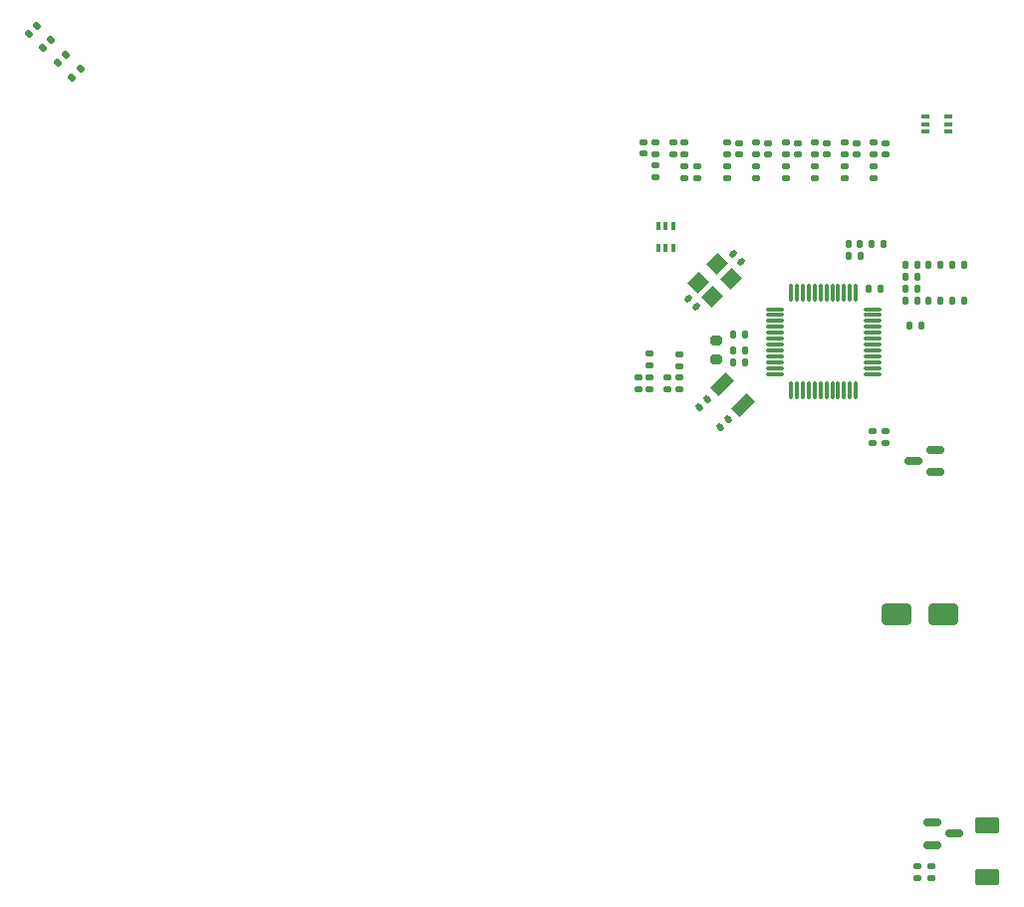
<source format=gbr>
%TF.GenerationSoftware,KiCad,Pcbnew,8.0.7*%
%TF.CreationDate,2025-03-31T23:05:00-04:00*%
%TF.ProjectId,power,706f7765-722e-46b6-9963-61645f706362,1.1*%
%TF.SameCoordinates,Original*%
%TF.FileFunction,Paste,Bot*%
%TF.FilePolarity,Positive*%
%FSLAX46Y46*%
G04 Gerber Fmt 4.6, Leading zero omitted, Abs format (unit mm)*
G04 Created by KiCad (PCBNEW 8.0.7) date 2025-03-31 23:05:00*
%MOMM*%
%LPD*%
G01*
G04 APERTURE LIST*
G04 Aperture macros list*
%AMRoundRect*
0 Rectangle with rounded corners*
0 $1 Rounding radius*
0 $2 $3 $4 $5 $6 $7 $8 $9 X,Y pos of 4 corners*
0 Add a 4 corners polygon primitive as box body*
4,1,4,$2,$3,$4,$5,$6,$7,$8,$9,$2,$3,0*
0 Add four circle primitives for the rounded corners*
1,1,$1+$1,$2,$3*
1,1,$1+$1,$4,$5*
1,1,$1+$1,$6,$7*
1,1,$1+$1,$8,$9*
0 Add four rect primitives between the rounded corners*
20,1,$1+$1,$2,$3,$4,$5,0*
20,1,$1+$1,$4,$5,$6,$7,0*
20,1,$1+$1,$6,$7,$8,$9,0*
20,1,$1+$1,$8,$9,$2,$3,0*%
%AMRotRect*
0 Rectangle, with rotation*
0 The origin of the aperture is its center*
0 $1 length*
0 $2 width*
0 $3 Rotation angle, in degrees counterclockwise*
0 Add horizontal line*
21,1,$1,$2,0,0,$3*%
G04 Aperture macros list end*
%ADD10RoundRect,0.135000X-0.135000X-0.185000X0.135000X-0.185000X0.135000X0.185000X-0.135000X0.185000X0*%
%ADD11RoundRect,0.250000X0.800000X-0.450000X0.800000X0.450000X-0.800000X0.450000X-0.800000X-0.450000X0*%
%ADD12RoundRect,0.150000X-0.587500X-0.150000X0.587500X-0.150000X0.587500X0.150000X-0.587500X0.150000X0*%
%ADD13RoundRect,0.135000X0.135000X0.185000X-0.135000X0.185000X-0.135000X-0.185000X0.135000X-0.185000X0*%
%ADD14RoundRect,0.140000X0.140000X0.170000X-0.140000X0.170000X-0.140000X-0.170000X0.140000X-0.170000X0*%
%ADD15RoundRect,0.135000X-0.035355X0.226274X-0.226274X0.035355X0.035355X-0.226274X0.226274X-0.035355X0*%
%ADD16RoundRect,0.135000X-0.185000X0.135000X-0.185000X-0.135000X0.185000X-0.135000X0.185000X0.135000X0*%
%ADD17RoundRect,0.100000X-0.225000X-0.100000X0.225000X-0.100000X0.225000X0.100000X-0.225000X0.100000X0*%
%ADD18RoundRect,0.135000X0.185000X-0.135000X0.185000X0.135000X-0.185000X0.135000X-0.185000X-0.135000X0*%
%ADD19RoundRect,0.250000X-1.000000X-0.650000X1.000000X-0.650000X1.000000X0.650000X-1.000000X0.650000X0*%
%ADD20RoundRect,0.140000X0.170000X-0.140000X0.170000X0.140000X-0.170000X0.140000X-0.170000X-0.140000X0*%
%ADD21RoundRect,0.140000X-0.021213X0.219203X-0.219203X0.021213X0.021213X-0.219203X0.219203X-0.021213X0*%
%ADD22RotRect,1.000000X1.800000X315.000000*%
%ADD23RoundRect,0.075000X-0.662500X-0.075000X0.662500X-0.075000X0.662500X0.075000X-0.662500X0.075000X0*%
%ADD24RoundRect,0.075000X-0.075000X-0.662500X0.075000X-0.662500X0.075000X0.662500X-0.075000X0.662500X0*%
%ADD25RoundRect,0.140000X-0.219203X-0.021213X-0.021213X-0.219203X0.219203X0.021213X0.021213X0.219203X0*%
%ADD26RoundRect,0.140000X-0.170000X0.140000X-0.170000X-0.140000X0.170000X-0.140000X0.170000X0.140000X0*%
%ADD27RoundRect,0.140000X0.219203X0.021213X0.021213X0.219203X-0.219203X-0.021213X-0.021213X-0.219203X0*%
%ADD28RotRect,1.400000X1.200000X225.000000*%
%ADD29RoundRect,0.150000X0.587500X0.150000X-0.587500X0.150000X-0.587500X-0.150000X0.587500X-0.150000X0*%
%ADD30RoundRect,0.200000X-0.275000X0.200000X-0.275000X-0.200000X0.275000X-0.200000X0.275000X0.200000X0*%
%ADD31RoundRect,0.100000X0.100000X-0.225000X0.100000X0.225000X-0.100000X0.225000X-0.100000X-0.225000X0*%
G04 APERTURE END LIST*
D10*
%TO.C,R49*%
X173190001Y-85600000D03*
X174209999Y-85600000D03*
%TD*%
D11*
%TO.C,D6*%
X180100000Y-136650000D03*
X180100000Y-132250000D03*
%TD*%
D12*
%TO.C,Q2*%
X175412500Y-133900000D03*
X175412500Y-132000000D03*
X177287500Y-132950000D03*
%TD*%
D13*
%TO.C,R76*%
X171270000Y-82800000D03*
X170250000Y-82800000D03*
%TD*%
D14*
%TO.C,C8*%
X159517500Y-90500000D03*
X158557500Y-90500000D03*
%TD*%
D10*
%TO.C,R46*%
X173190001Y-84600000D03*
X174209999Y-84600000D03*
%TD*%
D14*
%TO.C,C9*%
X159497500Y-91850001D03*
X158537500Y-91850001D03*
%TD*%
D15*
%TO.C,R6*%
X103060624Y-67939376D03*
X102339376Y-68660624D03*
%TD*%
D10*
%TO.C,R47*%
X173190001Y-87600000D03*
X174209999Y-87600000D03*
%TD*%
D16*
%TO.C,R53*%
X153950000Y-94140000D03*
X153950000Y-95160000D03*
%TD*%
D17*
%TO.C,D7*%
X174900001Y-73250000D03*
X174900001Y-72600000D03*
X174900001Y-71950000D03*
X176800001Y-71950000D03*
X176800001Y-72600000D03*
X176800001Y-73250000D03*
%TD*%
D18*
%TO.C,R64*%
X165500000Y-77238000D03*
X165500000Y-76218000D03*
%TD*%
D19*
%TO.C,D17*%
X172400000Y-114300000D03*
X176400000Y-114300000D03*
%TD*%
D18*
%TO.C,R59*%
X151900000Y-75160000D03*
X151900000Y-74140000D03*
%TD*%
%TO.C,R60*%
X170500000Y-77238000D03*
X170500000Y-76218000D03*
%TD*%
D15*
%TO.C,R3*%
X100560624Y-65439376D03*
X99839376Y-66160624D03*
%TD*%
D20*
%TO.C,C52*%
X166500000Y-75180000D03*
X166500000Y-74220000D03*
%TD*%
D13*
%TO.C,R42*%
X178159999Y-84600000D03*
X177140001Y-84600000D03*
%TD*%
D20*
%TO.C,C48*%
X153399999Y-75150001D03*
X153399999Y-74190001D03*
%TD*%
D18*
%TO.C,R57*%
X154400000Y-75160000D03*
X154400000Y-74140000D03*
%TD*%
D20*
%TO.C,C55*%
X159000000Y-75180000D03*
X159000000Y-74220000D03*
%TD*%
D21*
%TO.C,C4*%
X156314537Y-95967696D03*
X155635715Y-96646518D03*
%TD*%
D22*
%TO.C,Y2*%
X159333883Y-96483883D03*
X157566117Y-94716117D03*
%TD*%
D10*
%TO.C,R48*%
X173190001Y-86600000D03*
X174209999Y-86600000D03*
%TD*%
D14*
%TO.C,C7*%
X159517500Y-92850000D03*
X158557500Y-92850000D03*
%TD*%
D23*
%TO.C,U3*%
X162037500Y-93850000D03*
X162037500Y-93350000D03*
X162037500Y-92850000D03*
X162037500Y-92350000D03*
X162037500Y-91850000D03*
X162037500Y-91350000D03*
X162037500Y-90850000D03*
X162037500Y-90350000D03*
X162037500Y-89850000D03*
X162037500Y-89350000D03*
X162037500Y-88850000D03*
X162037500Y-88350000D03*
D24*
X163450000Y-86937500D03*
X163950000Y-86937500D03*
X164450000Y-86937500D03*
X164950000Y-86937500D03*
X165450000Y-86937500D03*
X165950000Y-86937500D03*
X166450000Y-86937500D03*
X166950000Y-86937500D03*
X167450000Y-86937500D03*
X167950000Y-86937500D03*
X168450000Y-86937500D03*
X168950000Y-86937500D03*
D23*
X170362500Y-88350000D03*
X170362500Y-88850000D03*
X170362500Y-89350000D03*
X170362500Y-89850000D03*
X170362500Y-90350000D03*
X170362500Y-90850000D03*
X170362500Y-91350000D03*
X170362500Y-91850000D03*
X170362500Y-92350000D03*
X170362500Y-92850000D03*
X170362500Y-93350000D03*
X170362500Y-93850000D03*
D24*
X168950000Y-95262500D03*
X168450000Y-95262500D03*
X167950000Y-95262500D03*
X167450000Y-95262500D03*
X166950000Y-95262500D03*
X166450000Y-95262500D03*
X165950000Y-95262500D03*
X165450000Y-95262500D03*
X164950000Y-95262500D03*
X164450000Y-95262500D03*
X163950000Y-95262500D03*
X163450000Y-95262500D03*
%TD*%
D13*
%TO.C,R43*%
X171059999Y-86600000D03*
X170040001Y-86600000D03*
%TD*%
D16*
%TO.C,R51*%
X151450000Y-94140000D03*
X151450000Y-95160000D03*
%TD*%
D25*
%TO.C,C1*%
X154710589Y-87460589D03*
X155389411Y-88139411D03*
%TD*%
D20*
%TO.C,C53*%
X164000000Y-75170000D03*
X164000000Y-74210000D03*
%TD*%
D21*
%TO.C,C2*%
X158082304Y-97735463D03*
X157403482Y-98414285D03*
%TD*%
D18*
%TO.C,R68*%
X160500001Y-77238000D03*
X160500001Y-76218000D03*
%TD*%
D16*
%TO.C,R22*%
X171500000Y-98690000D03*
X171500000Y-99710000D03*
%TD*%
%TO.C,R50*%
X151450000Y-92140001D03*
X151450000Y-93160001D03*
%TD*%
D18*
%TO.C,R63*%
X168000000Y-75210000D03*
X168000000Y-74190000D03*
%TD*%
%TO.C,R70*%
X158000001Y-77210000D03*
X158000001Y-76190000D03*
%TD*%
%TO.C,R28*%
X155500000Y-77210000D03*
X155500000Y-76190000D03*
%TD*%
%TO.C,R71*%
X158000000Y-75210000D03*
X158000000Y-74190000D03*
%TD*%
D20*
%TO.C,C50*%
X150900000Y-75130000D03*
X150900000Y-74170000D03*
%TD*%
D18*
%TO.C,R61*%
X170500000Y-75210000D03*
X170500000Y-74190000D03*
%TD*%
%TO.C,R8*%
X175350000Y-136710000D03*
X175350000Y-135690000D03*
%TD*%
D15*
%TO.C,R4*%
X99360624Y-64239376D03*
X98639376Y-64960624D03*
%TD*%
D18*
%TO.C,R67*%
X163000000Y-75210000D03*
X163000000Y-74190000D03*
%TD*%
D13*
%TO.C,R45*%
X176159999Y-84600000D03*
X175140001Y-84600000D03*
%TD*%
D14*
%TO.C,C47*%
X169300000Y-82790000D03*
X168340000Y-82790000D03*
%TD*%
D18*
%TO.C,R69*%
X160500000Y-75210000D03*
X160500000Y-74190000D03*
%TD*%
D26*
%TO.C,C46*%
X152950000Y-94170000D03*
X152950000Y-95130000D03*
%TD*%
D20*
%TO.C,C51*%
X169000000Y-75180000D03*
X169000000Y-74220000D03*
%TD*%
D18*
%TO.C,R65*%
X165500000Y-75210000D03*
X165500000Y-74190000D03*
%TD*%
D13*
%TO.C,R44*%
X176159999Y-87600000D03*
X175140001Y-87600000D03*
%TD*%
D18*
%TO.C,R58*%
X151900000Y-77160001D03*
X151900000Y-76140001D03*
%TD*%
D16*
%TO.C,R52*%
X153950000Y-92204524D03*
X153950000Y-93224524D03*
%TD*%
D27*
%TO.C,C3*%
X159189411Y-84339411D03*
X158510589Y-83660589D03*
%TD*%
D28*
%TO.C,Y1*%
X158328858Y-85723223D03*
X156773223Y-87278858D03*
X155571142Y-86076777D03*
X157126777Y-84521142D03*
%TD*%
D29*
%TO.C,Q1*%
X175737500Y-100300000D03*
X175737500Y-102200000D03*
X173862500Y-101250000D03*
%TD*%
D30*
%TO.C,L1*%
X157050000Y-90975000D03*
X157050000Y-92625000D03*
%TD*%
D16*
%TO.C,R2*%
X170399999Y-98690000D03*
X170399999Y-99710000D03*
%TD*%
D26*
%TO.C,C45*%
X150450000Y-94170000D03*
X150450000Y-95130000D03*
%TD*%
D20*
%TO.C,C49*%
X171500000Y-75180000D03*
X171500000Y-74220000D03*
%TD*%
D13*
%TO.C,R77*%
X169320000Y-83790000D03*
X168300000Y-83790000D03*
%TD*%
D31*
%TO.C,D8*%
X153450000Y-83150000D03*
X152800000Y-83150000D03*
X152150000Y-83150000D03*
X152150000Y-81250000D03*
X152800000Y-81250000D03*
X153450000Y-81250000D03*
%TD*%
D20*
%TO.C,C54*%
X161500000Y-75180000D03*
X161500000Y-74220000D03*
%TD*%
D13*
%TO.C,R41*%
X178159999Y-87600000D03*
X177140001Y-87600000D03*
%TD*%
D15*
%TO.C,R5*%
X101810624Y-66689376D03*
X101089376Y-67410624D03*
%TD*%
D13*
%TO.C,R19*%
X174509999Y-89750000D03*
X173490001Y-89750000D03*
%TD*%
D18*
%TO.C,R66*%
X163000000Y-77238000D03*
X163000000Y-76218000D03*
%TD*%
%TO.C,R7*%
X174200000Y-136710000D03*
X174200000Y-135690000D03*
%TD*%
%TO.C,R62*%
X168000000Y-77238000D03*
X168000000Y-76218000D03*
%TD*%
%TO.C,R56*%
X154400001Y-77180000D03*
X154400001Y-76160000D03*
%TD*%
M02*

</source>
